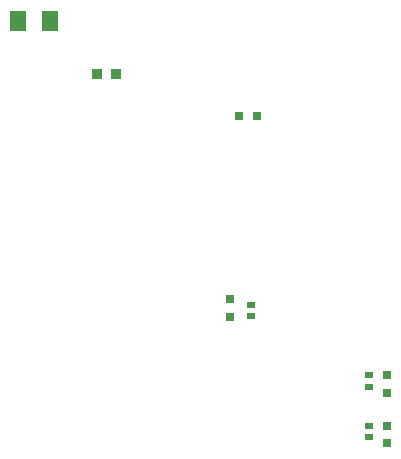
<source format=gtp>
G04*
G04 #@! TF.GenerationSoftware,Altium Limited,Altium Designer,20.0.11 (256)*
G04*
G04 Layer_Color=8421504*
%FSLAX25Y25*%
%MOIN*%
G70*
G01*
G75*
%ADD16R,0.02756X0.02362*%
%ADD17R,0.03150X0.03150*%
%ADD18R,0.03150X0.03150*%
%ADD19R,0.03347X0.03347*%
%ADD20R,0.05512X0.07087*%
D16*
X330709Y134843D02*
D03*
Y130905D02*
D03*
Y151575D02*
D03*
Y147638D02*
D03*
X291339Y171260D02*
D03*
Y175197D02*
D03*
D17*
X336614Y128937D02*
D03*
Y134843D02*
D03*
Y151575D02*
D03*
Y145669D02*
D03*
X284409Y171063D02*
D03*
Y176969D02*
D03*
D18*
X293307Y238189D02*
D03*
X287402D02*
D03*
D19*
X246161Y251969D02*
D03*
X240059D02*
D03*
D20*
X213583Y269685D02*
D03*
X224410D02*
D03*
M02*

</source>
